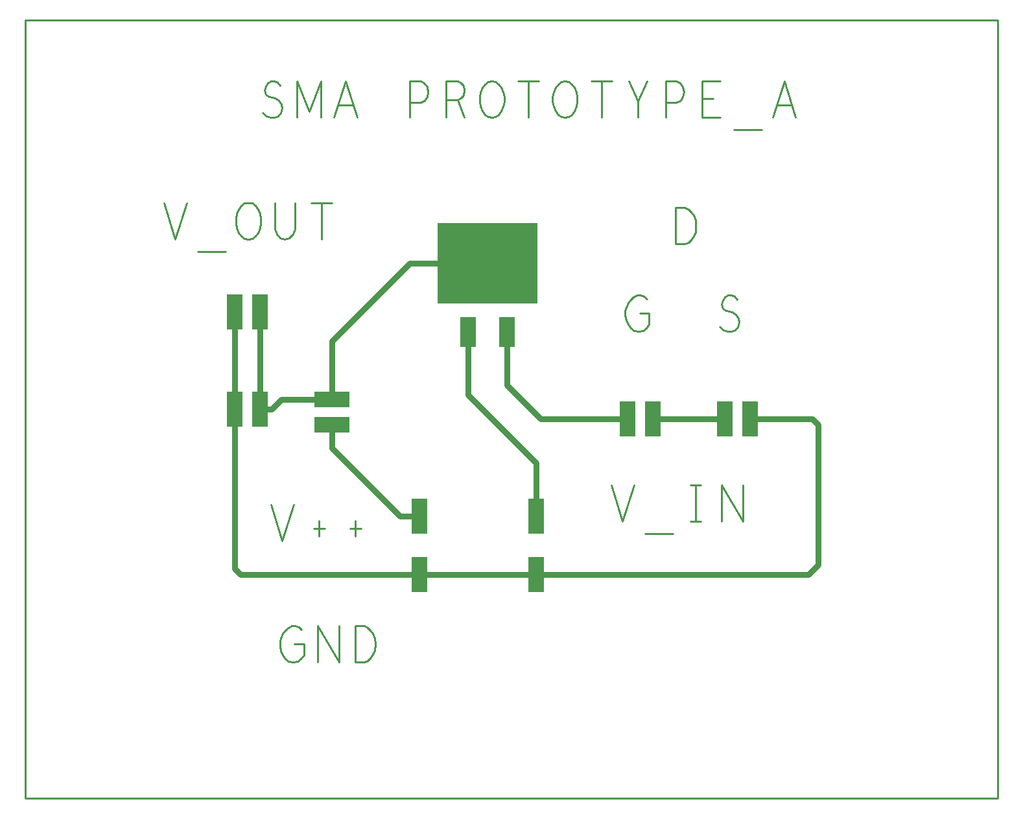
<source format=gbr>
G04 ================== begin FILE IDENTIFICATION RECORD ==================*
G04 Layout Name:  SMA_Prototype_Drain.brd*
G04 Film Name:    TOP_OUTLINE*
G04 File Format:  Gerber RS274X*
G04 File Origin:  Cadence Allegro 17.2-S025*
G04 Origin Date:  Mon Mar 19 18:33:35 2018*
G04 *
G04 Layer:  BOARD GEOMETRY/OUTLINE*
G04 Layer:  VIA CLASS/TOP*
G04 Layer:  PIN/TOP*
G04 Layer:  ETCH/TOP*
G04 *
G04 Offset:    (0.000 0.000)*
G04 Mirror:    No*
G04 Mode:      Positive*
G04 Rotation:  0*
G04 FullContactRelief:  No*
G04 UndefLineWidth:     10.000*
G04 ================== end FILE IDENTIFICATION RECORD ====================*
%FSAX24Y24*MOIN*%
%IR0*IPPOS*OFA0.00000B0.00000*MIA0B0*SFA1.00000B1.00000*%
%ADD11R,.18X.08*%
%ADD10R,.08X.18*%
%ADD12R,.082677X.15748*%
%ADD13R,.511811X.413386*%
%ADD14C,.03*%
%ADD15C,.01*%
G75*
%LPD*%
G75*
G54D10*
X010750Y-020000D03*
X010750Y-015000D03*
X012050Y-020000D03*
X012050Y-015000D03*
X020250Y-028500D03*
X020250Y-025500D03*
X026250Y-028500D03*
X026250Y-025500D03*
X032250Y-020500D03*
X030950Y-020500D03*
X037250Y-020500D03*
X035950Y-020500D03*
G54D11*
X015750Y-020800D03*
X015750Y-019500D03*
G54D12*
X022750Y-016004D03*
X024750Y-016004D03*
G54D13*
X023750Y-012500D03*
G54D14*
G01X010750Y-020000D02*
X010750Y-028200D01*
X011050Y-028500D01*
X020250Y-028500D01*
G01X010750Y-020000D02*
X010750Y-015000D01*
G01X012050Y-015000D02*
X012050Y-020000D01*
G01X015750Y-019500D02*
X013150Y-019500D01*
X012650Y-020000D01*
X012050Y-020000D01*
G01X015750Y-020800D02*
X015750Y-022000D01*
X019250Y-025500D01*
X020250Y-025500D01*
G01X023750Y-012500D02*
X019750Y-012500D01*
X015750Y-016500D01*
X015750Y-019500D01*
G01X026250Y-028500D02*
X020250Y-028500D01*
G01X026250Y-025500D02*
X026250Y-022750D01*
X022750Y-019250D01*
X022750Y-016004D01*
G01X026250Y-028500D02*
X040250Y-028500D01*
X040750Y-028000D01*
X040750Y-020800D01*
X040450Y-020500D01*
X037250Y-020500D01*
G01X030950Y-020500D02*
X026500Y-020500D01*
X024750Y-018750D01*
X024750Y-016004D01*
G01X032250Y-020500D02*
X035950Y-020500D01*
G54D15*
G01X050000Y-040000D02*
X050000Y0D01*
X0Y0D01*
X0Y-040000D01*
X050000Y-040000D01*
G01X007117Y-009370D02*
X007705Y-011250D01*
X008293Y-009370D01*
G01X008880Y-011877D02*
X010290Y-011877D01*
G01X011465Y-011250D02*
X011277Y-011219D01*
X011113Y-011093D01*
X010972Y-010905D01*
X010877Y-010686D01*
X010830Y-010435D01*
X010830Y-010185D01*
X010877Y-009934D01*
X010972Y-009715D01*
X011113Y-009527D01*
X011277Y-009401D01*
X011465Y-009370D01*
X011653Y-009401D01*
X011817Y-009527D01*
X011958Y-009715D01*
X012053Y-009934D01*
X012100Y-010185D01*
X012100Y-010435D01*
X012053Y-010686D01*
X011958Y-010905D01*
X011817Y-011093D01*
X011653Y-011219D01*
X011465Y-011250D01*
G01X012828Y-009370D02*
X012828Y-010717D01*
X012922Y-010999D01*
X013110Y-011187D01*
X013345Y-011250D01*
X013580Y-011187D01*
X013768Y-010999D01*
X013862Y-010717D01*
X013862Y-009370D01*
G01X015225Y-009370D02*
X015225Y-011250D01*
G01X014685Y-009370D02*
X015765Y-009370D01*
G01X013846Y-032060D02*
X014316Y-032060D01*
X014316Y-032624D01*
X014175Y-032812D01*
X014010Y-032937D01*
X013776Y-033000D01*
X013541Y-032937D01*
X013376Y-032812D01*
X013235Y-032624D01*
X013141Y-032405D01*
X013094Y-032154D01*
X013094Y-031935D01*
X013141Y-031747D01*
X013235Y-031527D01*
X013376Y-031339D01*
X013517Y-031214D01*
X013705Y-031120D01*
X013869Y-031120D01*
X014057Y-031183D01*
X014198Y-031308D01*
G01X015045Y-033000D02*
X015045Y-031120D01*
X016125Y-033000D01*
X016125Y-031120D01*
G01X016948Y-033000D02*
X016948Y-031120D01*
X017418Y-031120D01*
X017606Y-031214D01*
X017747Y-031339D01*
X017865Y-031527D01*
X017958Y-031747D01*
X017982Y-032060D01*
X017958Y-032373D01*
X017865Y-032593D01*
X017747Y-032781D01*
X017606Y-032906D01*
X017418Y-033000D01*
X016948Y-033000D01*
G01X012617Y-024870D02*
X013205Y-026750D01*
X013793Y-024870D01*
G01X014826Y-026123D02*
X015390Y-026123D01*
G01X015085Y-025716D02*
X015085Y-026531D01*
G01X016706Y-026123D02*
X017270Y-026123D01*
G01X016965Y-025716D02*
X016965Y-026531D01*
G01X012212Y-004749D02*
X012400Y-004906D01*
X012611Y-005000D01*
X012799Y-005000D01*
X012987Y-004906D01*
X013128Y-004749D01*
X013198Y-004530D01*
X013152Y-004311D01*
X013034Y-004123D01*
X012823Y-003997D01*
X012541Y-003935D01*
X012376Y-003809D01*
X012305Y-003590D01*
X012353Y-003371D01*
X012470Y-003214D01*
X012634Y-003120D01*
X012799Y-003120D01*
X012964Y-003183D01*
X013105Y-003339D01*
G01X013974Y-005000D02*
X013974Y-003120D01*
X014585Y-004687D01*
X015196Y-003120D01*
X015196Y-005000D01*
G01X015877Y-005000D02*
X016465Y-003120D01*
X017053Y-005000D01*
G01X016841Y-004342D02*
X016089Y-004342D01*
G01X019755Y-005000D02*
X019755Y-003120D01*
X020319Y-003120D01*
X020507Y-003214D01*
X020648Y-003433D01*
X020695Y-003684D01*
X020648Y-003935D01*
X020531Y-004123D01*
X020319Y-004217D01*
X019755Y-004217D01*
G01X021635Y-005000D02*
X021635Y-003120D01*
X022222Y-003120D01*
X022411Y-003214D01*
X022528Y-003339D01*
X022575Y-003590D01*
X022528Y-003841D01*
X022387Y-003997D01*
X022222Y-004091D01*
X021635Y-004091D01*
G01X022222Y-004091D02*
X022575Y-005000D01*
G01X023985Y-005000D02*
X023797Y-004969D01*
X023633Y-004843D01*
X023492Y-004655D01*
X023397Y-004436D01*
X023350Y-004185D01*
X023350Y-003935D01*
X023397Y-003684D01*
X023492Y-003465D01*
X023633Y-003277D01*
X023797Y-003151D01*
X023985Y-003120D01*
X024173Y-003151D01*
X024337Y-003277D01*
X024478Y-003465D01*
X024573Y-003684D01*
X024620Y-003935D01*
X024620Y-004185D01*
X024573Y-004436D01*
X024478Y-004655D01*
X024337Y-004843D01*
X024173Y-004969D01*
X023985Y-005000D01*
G01X025865Y-003120D02*
X025865Y-005000D01*
G01X025325Y-003120D02*
X026405Y-003120D01*
G01X027745Y-005000D02*
X027557Y-004969D01*
X027393Y-004843D01*
X027252Y-004655D01*
X027157Y-004436D01*
X027110Y-004185D01*
X027110Y-003935D01*
X027157Y-003684D01*
X027252Y-003465D01*
X027393Y-003277D01*
X027557Y-003151D01*
X027745Y-003120D01*
X027933Y-003151D01*
X028097Y-003277D01*
X028238Y-003465D01*
X028333Y-003684D01*
X028380Y-003935D01*
X028380Y-004185D01*
X028333Y-004436D01*
X028238Y-004655D01*
X028097Y-004843D01*
X027933Y-004969D01*
X027745Y-005000D01*
G01X029625Y-003120D02*
X029625Y-005000D01*
G01X029085Y-003120D02*
X030165Y-003120D01*
G01X031505Y-005000D02*
X031505Y-004154D01*
X031035Y-003120D01*
G01X031975Y-003120D02*
X031505Y-004154D01*
G01X032915Y-005000D02*
X032915Y-003120D01*
X033479Y-003120D01*
X033667Y-003214D01*
X033808Y-003433D01*
X033855Y-003684D01*
X033808Y-003935D01*
X033690Y-004123D01*
X033479Y-004217D01*
X032915Y-004217D01*
G01X035735Y-005000D02*
X034795Y-005000D01*
X034795Y-003120D01*
X035735Y-003120D01*
G01X035359Y-004029D02*
X034795Y-004029D01*
G01X036440Y-005627D02*
X037850Y-005627D01*
G01X038437Y-005000D02*
X039025Y-003120D01*
X039613Y-005000D01*
G01X039401Y-004342D02*
X038649Y-004342D01*
G01X030117Y-023870D02*
X030705Y-025750D01*
X031293Y-023870D01*
G01X031880Y-026377D02*
X033290Y-026377D01*
G01X034183Y-023870D02*
X034747Y-023870D01*
G01X034465Y-023870D02*
X034465Y-025750D01*
G01X034183Y-025750D02*
X034747Y-025750D01*
G01X035805Y-025750D02*
X035805Y-023870D01*
X036885Y-025750D01*
X036885Y-023870D01*
G01X031596Y-015060D02*
X032066Y-015060D01*
X032066Y-015624D01*
X031925Y-015812D01*
X031760Y-015937D01*
X031526Y-016000D01*
X031291Y-015937D01*
X031126Y-015812D01*
X030985Y-015624D01*
X030891Y-015405D01*
X030844Y-015154D01*
X030844Y-014935D01*
X030891Y-014747D01*
X030985Y-014527D01*
X031126Y-014339D01*
X031267Y-014214D01*
X031455Y-014120D01*
X031619Y-014120D01*
X031807Y-014183D01*
X031949Y-014308D01*
G01X033438Y-011500D02*
X033438Y-009620D01*
X033908Y-009620D01*
X034096Y-009714D01*
X034237Y-009839D01*
X034355Y-010027D01*
X034448Y-010247D01*
X034472Y-010560D01*
X034448Y-010873D01*
X034355Y-011093D01*
X034237Y-011281D01*
X034096Y-011406D01*
X033908Y-011500D01*
X033438Y-011500D01*
G01X035712Y-015749D02*
X035900Y-015906D01*
X036111Y-016000D01*
X036299Y-016000D01*
X036487Y-015906D01*
X036628Y-015749D01*
X036698Y-015530D01*
X036652Y-015311D01*
X036534Y-015123D01*
X036322Y-014997D01*
X036041Y-014935D01*
X035876Y-014809D01*
X035805Y-014590D01*
X035853Y-014371D01*
X035970Y-014214D01*
X036134Y-014120D01*
X036299Y-014120D01*
X036464Y-014183D01*
X036605Y-014339D01*
M02*

</source>
